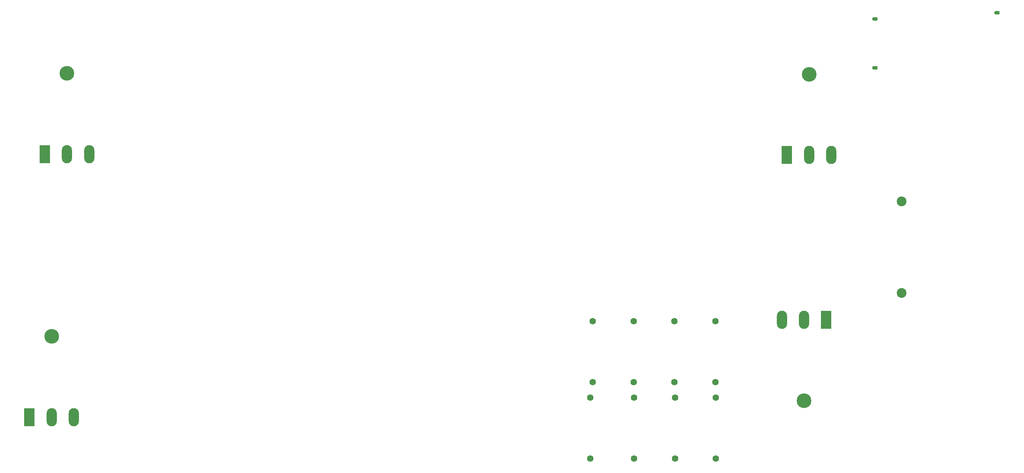
<source format=gbr>
%TF.GenerationSoftware,KiCad,Pcbnew,9.0.3*%
%TF.CreationDate,2025-09-15T08:34:33+02:00*%
%TF.ProjectId,TEST_creat_foder,54455354-5f63-4726-9561-745f666f6465,rev?*%
%TF.SameCoordinates,Original*%
%TF.FileFunction,Soldermask,Bot*%
%TF.FilePolarity,Negative*%
%FSLAX46Y46*%
G04 Gerber Fmt 4.6, Leading zero omitted, Abs format (unit mm)*
G04 Created by KiCad (PCBNEW 9.0.3) date 2025-09-15 08:34:33*
%MOMM*%
%LPD*%
G01*
G04 APERTURE LIST*
G04 Aperture macros list*
%AMRoundRect*
0 Rectangle with rounded corners*
0 $1 Rounding radius*
0 $2 $3 $4 $5 $6 $7 $8 $9 X,Y pos of 4 corners*
0 Add a 4 corners polygon primitive as box body*
4,1,4,$2,$3,$4,$5,$6,$7,$8,$9,$2,$3,0*
0 Add four circle primitives for the rounded corners*
1,1,$1+$1,$2,$3*
1,1,$1+$1,$4,$5*
1,1,$1+$1,$6,$7*
1,1,$1+$1,$8,$9*
0 Add four rect primitives between the rounded corners*
20,1,$1+$1,$2,$3,$4,$5,0*
20,1,$1+$1,$4,$5,$6,$7,0*
20,1,$1+$1,$6,$7,$8,$9,0*
20,1,$1+$1,$8,$9,$2,$3,0*%
G04 Aperture macros list end*
%ADD10C,1.604000*%
%ADD11C,3.600000*%
%ADD12R,2.500000X4.500000*%
%ADD13O,2.500000X4.500000*%
%ADD14C,2.400000*%
%ADD15RoundRect,0.115500X-0.519500X0.269500X-0.519500X-0.269500X0.519500X-0.269500X0.519500X0.269500X0*%
G04 APERTURE END LIST*
D10*
%TO.C,C78*%
X247100000Y-171500000D03*
X247100000Y-186500000D03*
%TD*%
D11*
%TO.C,Q1*%
X300250000Y-110750000D03*
D12*
X294800000Y-130610000D03*
D13*
X300250000Y-130610000D03*
X305700000Y-130610000D03*
%TD*%
D10*
%TO.C,C74*%
X246500000Y-190250000D03*
X246500000Y-205250000D03*
%TD*%
%TO.C,C76*%
X267200000Y-171500000D03*
X267200000Y-186500000D03*
%TD*%
D11*
%TO.C,Q3*%
X118000000Y-110530000D03*
D12*
X112550000Y-130390000D03*
D13*
X118000000Y-130390000D03*
X123450000Y-130390000D03*
%TD*%
D14*
%TO.C,Cdc1*%
X323000000Y-142000000D03*
X323000000Y-164500000D03*
%TD*%
D10*
%TO.C,C77*%
X257150000Y-171500000D03*
X257150000Y-186500000D03*
%TD*%
%TO.C,C72*%
X267300000Y-190250000D03*
X267300000Y-205250000D03*
%TD*%
D11*
%TO.C,Q4*%
X114250000Y-175250000D03*
D12*
X108800000Y-195110000D03*
D13*
X114250000Y-195110000D03*
X119700000Y-195110000D03*
%TD*%
D11*
%TO.C,Q2*%
X299000000Y-191000000D03*
D12*
X304450000Y-171140000D03*
D13*
X299000000Y-171140000D03*
X293550000Y-171140000D03*
%TD*%
D10*
%TO.C,C21*%
X277350000Y-190250000D03*
X277350000Y-205250000D03*
%TD*%
%TO.C,C73*%
X257250000Y-190250000D03*
X257250000Y-205250000D03*
%TD*%
D15*
%TO.C,T2*%
X346442500Y-95660000D03*
X316442500Y-97160000D03*
X316442500Y-109160000D03*
%TD*%
D10*
%TO.C,C75*%
X277250000Y-171500000D03*
X277250000Y-186500000D03*
%TD*%
M02*

</source>
